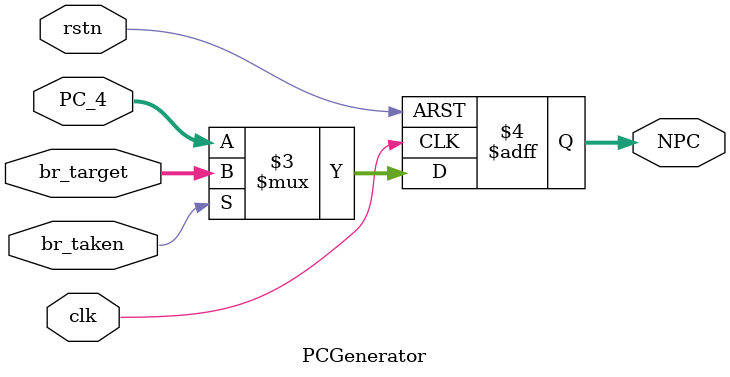
<source format=v>
module PCGenerator(
    input               clk,
    input               rstn,
    input               br_taken,
    input       [31:0]  br_target,
    input       [31:0]  PC_4,
    output reg  [31:0]  NPC
    );

    always@(posedge clk or negedge rstn) begin
        if(!rstn)begin
            NPC <= -32'h4;
        end
        else begin
            NPC <= br_taken ? br_target :
                            PC_4;


        end
    end


endmodule
</source>
